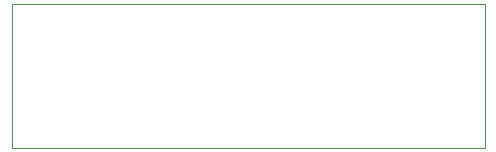
<source format=gbr>
%TF.GenerationSoftware,KiCad,Pcbnew,9.0.6*%
%TF.CreationDate,2025-12-25T20:01:47+05:30*%
%TF.ProjectId,USB,5553422e-6b69-4636-9164-5f7063625858,rev?*%
%TF.SameCoordinates,Original*%
%TF.FileFunction,Profile,NP*%
%FSLAX46Y46*%
G04 Gerber Fmt 4.6, Leading zero omitted, Abs format (unit mm)*
G04 Created by KiCad (PCBNEW 9.0.6) date 2025-12-25 20:01:47*
%MOMM*%
%LPD*%
G01*
G04 APERTURE LIST*
%TA.AperFunction,Profile*%
%ADD10C,0.050000*%
%TD*%
G04 APERTURE END LIST*
D10*
X97000000Y-88300000D02*
X137000000Y-88300000D01*
X137000000Y-100500000D01*
X97000000Y-100500000D01*
X97000000Y-88300000D01*
M02*

</source>
